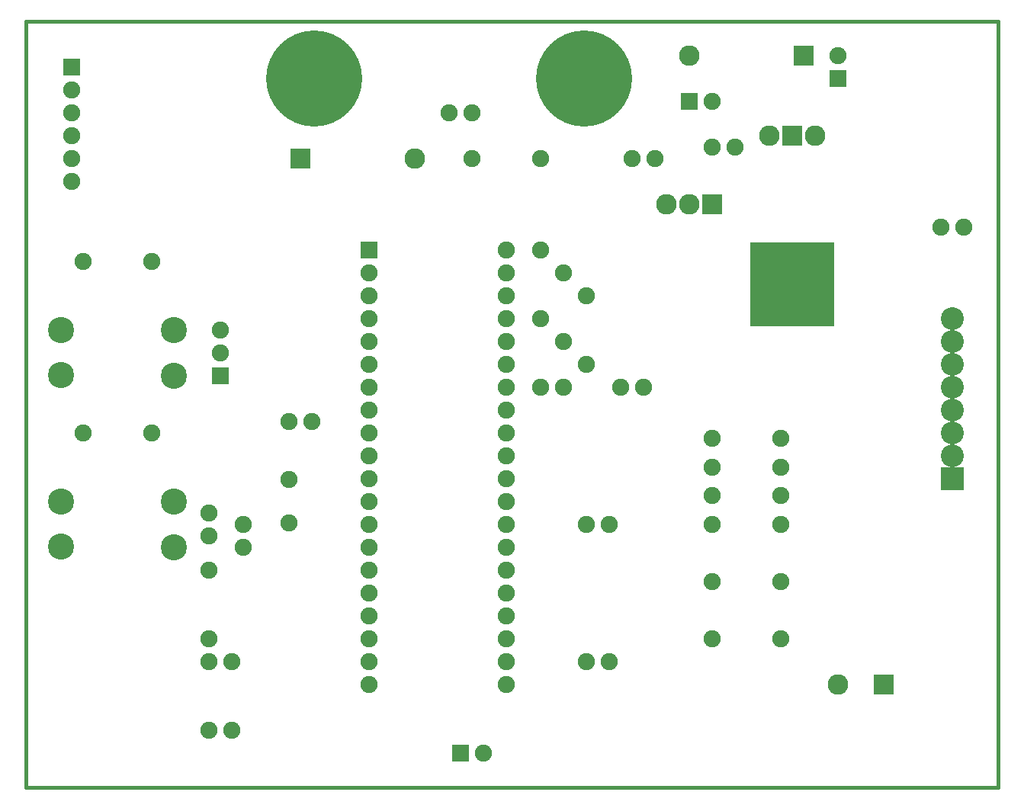
<source format=gbs>
G04 (created by PCBNEW-RS274X (2010-03-14)-final) date Sun 26 Sep 2010 04:53:47 PM PDT*
G01*
G70*
G90*
%MOIN*%
G04 Gerber Fmt 3.4, Leading zero omitted, Abs format*
%FSLAX34Y34*%
G04 APERTURE LIST*
%ADD10C,0.006000*%
%ADD11C,0.015000*%
%ADD12C,0.420000*%
%ADD13C,0.075000*%
%ADD14R,0.075000X0.075000*%
%ADD15C,0.090000*%
%ADD16R,0.090000X0.090000*%
%ADD17R,0.370000X0.370000*%
%ADD18R,0.100000X0.100000*%
%ADD19C,0.100000*%
%ADD20C,0.114500*%
G04 APERTURE END LIST*
G54D10*
G54D11*
X21000Y-28000D02*
X27500Y-28000D01*
X21000Y-61500D02*
X21000Y-28000D01*
X27500Y-61500D02*
X21000Y-61500D01*
X63500Y-61500D02*
X27500Y-61500D01*
X63500Y-28000D02*
X63500Y-61500D01*
X27500Y-28000D02*
X63500Y-28000D01*
X21000Y-61500D02*
X21000Y-28000D01*
G54D12*
X45400Y-30500D03*
X33600Y-30500D03*
G54D13*
X29000Y-49500D03*
X29000Y-50500D03*
X30500Y-50000D03*
X30500Y-51000D03*
X33500Y-45500D03*
X32500Y-45500D03*
X61000Y-37000D03*
X62000Y-37000D03*
X52000Y-33500D03*
X51000Y-33500D03*
X46500Y-50000D03*
X45500Y-50000D03*
X43500Y-44000D03*
X44500Y-44000D03*
X47500Y-34000D03*
X48500Y-34000D03*
X48000Y-44000D03*
X47000Y-44000D03*
X46500Y-56000D03*
X45500Y-56000D03*
G54D14*
X56500Y-30500D03*
G54D13*
X56500Y-29500D03*
G54D14*
X50000Y-31500D03*
G54D13*
X51000Y-31500D03*
G54D15*
X38000Y-34000D03*
G54D16*
X33000Y-34000D03*
G54D15*
X50000Y-29500D03*
G54D16*
X55000Y-29500D03*
G54D14*
X36000Y-38000D03*
G54D13*
X36000Y-39000D03*
X36000Y-40000D03*
X36000Y-41000D03*
X36000Y-42000D03*
X36000Y-43000D03*
X36000Y-44000D03*
X36000Y-45000D03*
X36000Y-46000D03*
X36000Y-47000D03*
X36000Y-48000D03*
X36000Y-49000D03*
X36000Y-50000D03*
X36000Y-51000D03*
X36000Y-52000D03*
X36000Y-53000D03*
X36000Y-54000D03*
X36000Y-55000D03*
X36000Y-56000D03*
X36000Y-57000D03*
X42000Y-57000D03*
X42000Y-56000D03*
X42000Y-55000D03*
X42000Y-54000D03*
X42000Y-53000D03*
X42000Y-52000D03*
X42000Y-51000D03*
X42000Y-50000D03*
X42000Y-49000D03*
X42000Y-48000D03*
X42000Y-47000D03*
X42000Y-46000D03*
X42000Y-45000D03*
X42000Y-44000D03*
X42000Y-43000D03*
X42000Y-42000D03*
X42000Y-41000D03*
X42000Y-40000D03*
X42000Y-39000D03*
X42000Y-38000D03*
X32500Y-48035D03*
X32500Y-49965D03*
X54000Y-52500D03*
X51000Y-52500D03*
X43500Y-34000D03*
X40500Y-34000D03*
X54000Y-46250D03*
X51000Y-46250D03*
X54000Y-47500D03*
X51000Y-47500D03*
X54000Y-48750D03*
X51000Y-48750D03*
X54000Y-50000D03*
X51000Y-50000D03*
X54000Y-55000D03*
X51000Y-55000D03*
G54D14*
X40000Y-60000D03*
G54D13*
X41000Y-60000D03*
G54D14*
X23000Y-30000D03*
G54D13*
X23000Y-31000D03*
X23000Y-32000D03*
X23000Y-33000D03*
X23000Y-34000D03*
X23000Y-35000D03*
G54D15*
X49000Y-36000D03*
X50000Y-36000D03*
G54D16*
X51000Y-36000D03*
G54D17*
X54500Y-39500D03*
G54D15*
X55500Y-33000D03*
G54D16*
X54500Y-33000D03*
G54D15*
X53500Y-33000D03*
G54D13*
X40500Y-32000D03*
X39500Y-32000D03*
X29000Y-56000D03*
X29000Y-59000D03*
X30000Y-59000D03*
X30000Y-56000D03*
X29000Y-55000D03*
X29000Y-52000D03*
G54D14*
X29500Y-43500D03*
G54D13*
X29500Y-42500D03*
X29500Y-41500D03*
G54D16*
X58500Y-57000D03*
G54D15*
X56500Y-57000D03*
G54D13*
X44500Y-42000D03*
X44500Y-39000D03*
X45500Y-43000D03*
X45500Y-40000D03*
X43500Y-41000D03*
X43500Y-38000D03*
G54D18*
X61500Y-48000D03*
G54D19*
X61500Y-47000D03*
X61500Y-46000D03*
X61500Y-45000D03*
X61500Y-44000D03*
X61500Y-43000D03*
X61500Y-42000D03*
X61500Y-41000D03*
G54D13*
X26500Y-46000D03*
X23500Y-46000D03*
X26500Y-38500D03*
X23500Y-38500D03*
G54D20*
X22539Y-50984D03*
X22539Y-49016D03*
X27461Y-49016D03*
X27461Y-51000D03*
X22539Y-43484D03*
X22539Y-41516D03*
X27461Y-41516D03*
X27461Y-43500D03*
M02*

</source>
